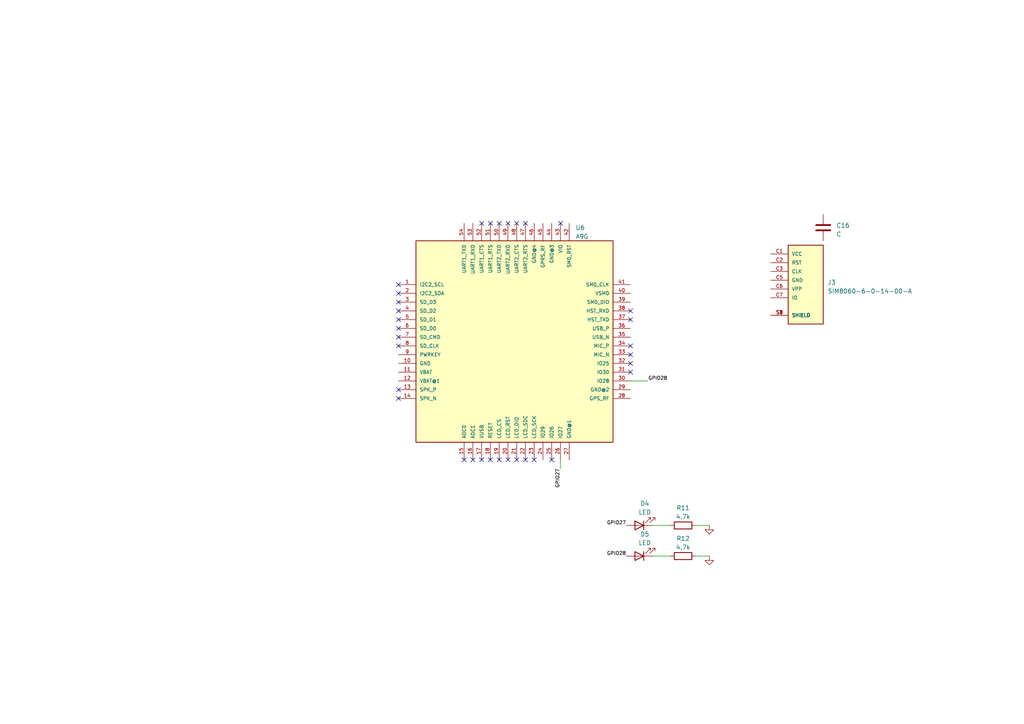
<source format=kicad_sch>
(kicad_sch (version 20230121) (generator eeschema)
  (paper "A4")
  (lib_symbols
    (symbol "A9G:A9G" (pin_names (offset 1.016))
      (property "Reference" "U" (at 0 0 0))
      (property "Value" "A9G" (at 0 0 0))
      (symbol "A9G_0_0"
        (rectangle (start -29.21 -29.21) (end 27.94 29.21) (stroke (width 0.254)) (fill (type background)))
        (pin bidirectional line (at -34.29 16.51 0) (length 5.08) (name "I2C2_SCL") (number "1"))
        (pin bidirectional line (at -34.29 -6.35 0) (length 5.08) (name "GND") (number "10"))
        (pin bidirectional line (at -34.29 -8.89 0) (length 5.08) (name "VBAT") (number "11"))
        (pin bidirectional line (at -34.29 -11.43 0) (length 5.08) (name "VBAT@1") (number "12"))
        (pin bidirectional line (at -34.29 -13.97 0) (length 5.08) (name "SPK_P") (number "13"))
        (pin bidirectional line (at -34.29 -16.51 0) (length 5.08) (name "SPK_N") (number "14"))
        (pin bidirectional line (at -15.24 -34.29 90) (length 5.08) (name "ADC0") (number "15"))
        (pin bidirectional line (at -12.7 -34.29 90) (length 5.08) (name "ADC1") (number "16"))
        (pin bidirectional line (at -10.16 -34.29 90) (length 5.08) (name "VUSB") (number "17"))
        (pin bidirectional line (at -7.62 -34.29 90) (length 5.08) (name "RESET") (number "18"))
        (pin bidirectional line (at -5.08 -34.29 90) (length 5.08) (name "LCD_CS") (number "19"))
        (pin bidirectional line (at -34.29 13.97 0) (length 5.08) (name "I2C2_SDA") (number "2"))
        (pin bidirectional line (at -2.54 -34.29 90) (length 5.08) (name "LCD_RST") (number "20"))
        (pin bidirectional line (at 0 -34.29 90) (length 5.08) (name "LCD_DIO") (number "21"))
        (pin bidirectional line (at 2.54 -34.29 90) (length 5.08) (name "LCD_SDC") (number "22"))
        (pin bidirectional line (at 5.08 -34.29 90) (length 5.08) (name "LCD_SCK") (number "23"))
        (pin bidirectional line (at 7.62 -34.29 90) (length 5.08) (name "IO29") (number "24"))
        (pin bidirectional line (at 10.16 -34.29 90) (length 5.08) (name "IO26") (number "25"))
        (pin bidirectional line (at 12.7 -34.29 90) (length 5.08) (name "IO27") (number "26"))
        (pin bidirectional line (at 15.24 -34.29 90) (length 5.08) (name "GND@1") (number "27"))
        (pin bidirectional line (at 33.02 -16.51 180) (length 5.08) (name "GPS_RF") (number "28"))
        (pin bidirectional line (at 33.02 -13.97 180) (length 5.08) (name "GND@2") (number "29"))
        (pin bidirectional line (at -34.29 11.43 0) (length 5.08) (name "SD_D3") (number "3"))
        (pin bidirectional line (at 33.02 -11.43 180) (length 5.08) (name "IO28") (number "30"))
        (pin bidirectional line (at 33.02 -8.89 180) (length 5.08) (name "IO30") (number "31"))
        (pin bidirectional line (at 33.02 -6.35 180) (length 5.08) (name "IO25") (number "32"))
        (pin bidirectional line (at 33.02 -3.81 180) (length 5.08) (name "MIC_N") (number "33"))
        (pin bidirectional line (at 33.02 -1.27 180) (length 5.08) (name "MIC_P") (number "34"))
        (pin bidirectional line (at 33.02 1.27 180) (length 5.08) (name "USB_N") (number "35"))
        (pin bidirectional line (at 33.02 3.81 180) (length 5.08) (name "USB_P") (number "36"))
        (pin bidirectional line (at 33.02 6.35 180) (length 5.08) (name "HST_TXD") (number "37"))
        (pin bidirectional line (at 33.02 8.89 180) (length 5.08) (name "HST_RXD") (number "38"))
        (pin bidirectional line (at 33.02 11.43 180) (length 5.08) (name "SM0_DIO") (number "39"))
        (pin bidirectional line (at -34.29 8.89 0) (length 5.08) (name "SD_D2") (number "4"))
        (pin bidirectional line (at 33.02 13.97 180) (length 5.08) (name "VSM0") (number "40"))
        (pin bidirectional line (at 33.02 16.51 180) (length 5.08) (name "SM0_CLK") (number "41"))
        (pin bidirectional line (at 15.24 34.29 270) (length 5.08) (name "SM0_RST") (number "42"))
        (pin bidirectional line (at 12.7 34.29 270) (length 5.08) (name "VIO") (number "43"))
        (pin bidirectional line (at 10.16 34.29 270) (length 5.08) (name "GND@3") (number "44"))
        (pin bidirectional line (at 7.62 34.29 270) (length 5.08) (name "GPRS_RF") (number "45"))
        (pin bidirectional line (at 5.08 34.29 270) (length 5.08) (name "GND@4") (number "46"))
        (pin bidirectional line (at 2.54 34.29 270) (length 5.08) (name "UART2_RTS") (number "47"))
        (pin bidirectional line (at 0 34.29 270) (length 5.08) (name "UART2_CTS") (number "48"))
        (pin bidirectional line (at -2.54 34.29 270) (length 5.08) (name "UART2_RXD") (number "49"))
        (pin bidirectional line (at -34.29 6.35 0) (length 5.08) (name "SD_D1") (number "5"))
        (pin bidirectional line (at -5.08 34.29 270) (length 5.08) (name "UART2_TXD") (number "50"))
        (pin bidirectional line (at -7.62 34.29 270) (length 5.08) (name "UART1_RTS") (number "51"))
        (pin bidirectional line (at -10.16 34.29 270) (length 5.08) (name "UART1_CTS") (number "52"))
        (pin bidirectional line (at -12.7 34.29 270) (length 5.08) (name "UART1_RXD") (number "53"))
        (pin bidirectional line (at -15.24 34.29 270) (length 5.08) (name "UART1_TXD") (number "54"))
        (pin bidirectional line (at -34.29 3.81 0) (length 5.08) (name "SD_D0") (number "6"))
        (pin bidirectional line (at -34.29 1.27 0) (length 5.08) (name "SD_CMD") (number "7"))
        (pin bidirectional line (at -34.29 -1.27 0) (length 5.08) (name "SD_CLK") (number "8"))
        (pin bidirectional line (at -34.29 -3.81 0) (length 5.08) (name "PWRKEY") (number "9"))
      )
    )
    (symbol "Device:C" (pin_numbers hide) (pin_names (offset 0.254))
      (property "Reference" "C" (at 0.635 2.54 0))
      (property "Value" "C" (at 0.635 -2.54 0))
      (symbol "C_0_1"
        (polyline (pts (xy -2.032 -0.762) (xy 2.032 -0.762)) (stroke (width 0.508)))
        (polyline (pts (xy -2.032 0.762) (xy 2.032 0.762)) (stroke (width 0.508)))
      )
      (symbol "C_1_1"
        (pin passive line (at 0 3.81 270) (length 2.794) (name "~") (number "1"))
        (pin passive line (at 0 -3.81 90) (length 2.794) (name "~") (number "2"))
      )
    )
    (symbol "Device:LED" (pin_numbers hide) (pin_names (offset 1.016) hide)
      (property "Reference" "D" (at 0 2.54 0))
      (property "Value" "LED" (at 0 -2.54 0))
      (symbol "LED_0_1"
        (polyline (pts (xy -1.27 -1.27) (xy -1.27 1.27)) (stroke (width 0.254)))
        (polyline (pts (xy -1.27 0) (xy 1.27 0)))
        (polyline (pts (xy 1.27 -1.27) (xy 1.27 1.27) (xy -1.27 0) (xy 1.27 -1.27)) (stroke (width 0.254)))
        (polyline (pts (xy -3.048 -0.762) (xy -4.572 -2.286) (xy -3.81 -2.286) (xy -4.572 -2.286) (xy -4.572 -1.524)))
        (polyline (pts (xy -1.778 -0.762) (xy -3.302 -2.286) (xy -2.54 -2.286) (xy -3.302 -2.286) (xy -3.302 -1.524)))
      )
      (symbol "LED_1_1"
        (pin passive line (at -3.81 0 0) (length 2.54) (name "K") (number "1"))
        (pin passive line (at 3.81 0 180) (length 2.54) (name "A") (number "2"))
      )
    )
    (symbol "Device:R" (pin_numbers hide) (pin_names (offset 0))
      (property "Reference" "R" (at 2.032 0 90))
      (property "Value" "R" (at 0 0 90))
      (symbol "R_0_1"
        (rectangle (start -1.016 -2.54) (end 1.016 2.54) (stroke (width 0.254)))
      )
      (symbol "R_1_1"
        (pin passive line (at 0 3.81 270) (length 1.27) (name "~") (number "1"))
        (pin passive line (at 0 -3.81 90) (length 1.27) (name "~") (number "2"))
      )
    )
    (symbol "SIM8060-6-0-14-00-A:SIM8060-6-0-14-00-A" (pin_names (offset 1.016))
      (property "Reference" "J" (at -5.0895 13.3599 0))
      (property "Value" "SIM8060-6-0-14-00-A" (at -5.0859 -12.7178 0))
      (symbol "SIM8060-6-0-14-00-A_0_0"
        (rectangle (start -5.08 -10.16) (end 5.08 12.7) (stroke (width 0.254)) (fill (type background)))
        (pin passive line (at -10.16 10.16 0) (length 5.08) (name "VCC") (number "C1"))
        (pin passive line (at -10.16 7.62 0) (length 5.08) (name "RST") (number "C2"))
        (pin passive line (at -10.16 5.08 0) (length 5.08) (name "CLK") (number "C3"))
        (pin passive line (at -10.16 2.54 0) (length 5.08) (name "GND") (number "C5"))
        (pin passive line (at -10.16 0 0) (length 5.08) (name "VPP") (number "C6"))
        (pin passive line (at -10.16 -2.54 0) (length 5.08) (name "IO") (number "C7"))
        (pin passive line (at -10.16 -7.62 0) (length 5.08) (name "SHIELD") (number "S1"))
        (pin passive line (at -10.16 -7.62 0) (length 5.08) (name "SHIELD") (number "S2"))
        (pin passive line (at -10.16 -7.62 0) (length 5.08) (name "SHIELD") (number "S3"))
        (pin passive line (at -10.16 -7.62 0) (length 5.08) (name "SHIELD") (number "S4"))
      )
    )
    (symbol "power:GND" (power) (pin_names (offset 0))
      (property "Value" "GND" (at 0 -3.81 0))
      (symbol "GND_0_1"
        (polyline (pts (xy 0 0) (xy 0 -1.27) (xy 1.27 -1.27) (xy 0 -2.54) (xy -1.27 -1.27) (xy 0 -1.27)))
      )
      (symbol "GND_1_1"
        (pin power_in line (at 0 0 270) (length 0) hide (name "GND") (number "1"))
      )
    )
  )
  (no_connect (at 115.57 90.17))
  (no_connect (at 139.7 64.77))
  (no_connect (at 115.57 97.79))
  (no_connect (at 142.24 133.35))
  (no_connect (at 115.57 82.55))
  (no_connect (at 115.57 92.71))
  (no_connect (at 147.32 64.77))
  (no_connect (at 144.78 64.77))
  (no_connect (at 115.57 95.25))
  (no_connect (at 152.4 64.77))
  (no_connect (at 160.02 133.35))
  (no_connect (at 147.32 133.35))
  (no_connect (at 182.88 92.71))
  (no_connect (at 152.4 133.35))
  (no_connect (at 182.88 107.95))
  (no_connect (at 182.88 102.87))
  (no_connect (at 115.57 85.09))
  (no_connect (at 149.86 64.77))
  (no_connect (at 144.78 133.35))
  (no_connect (at 154.94 133.35))
  (no_connect (at 162.56 64.77))
  (no_connect (at 115.57 113.03))
  (no_connect (at 142.24 64.77))
  (no_connect (at 149.86 133.35))
  (no_connect (at 115.57 115.57))
  (no_connect (at 115.57 100.33))
  (no_connect (at 137.16 133.35))
  (no_connect (at 115.57 87.63))
  (no_connect (at 182.88 105.41))
  (no_connect (at 134.62 133.35))
  (no_connect (at 139.7 133.35))
  (no_connect (at 182.88 90.17))
  (no_connect (at 182.88 100.33))
  (wire (pts (xy 201.93 161.29) (xy 205.74 161.29)))
  (wire (pts (xy 162.56 135.89) (xy 162.56 133.35)))
  (wire (pts (xy 187.96 110.49) (xy 182.88 110.49)))
  (wire (pts (xy 189.23 161.29) (xy 194.31 161.29)))
  (wire (pts (xy 189.23 152.4) (xy 194.31 152.4)))
  (wire (pts (xy 201.93 152.4) (xy 205.74 152.4)))
  (label "GPIO27" (at 181.61 152.4 180) (effects (font (size 1 1))))
  (label "GPIO27" (at 162.56 135.89 270) (effects (font (size 1 1))))
  (label "GPIO28" (at 181.61 161.29 180) (effects (font (size 1 1))))
  (label "GPIO28" (at 187.96 110.49 0) (effects (font (size 1 1))))
  (symbol (lib_id "A9G:A9G") (at 149.86 99.06 0) (unit 1)
    (property "Reference" "U6" (at 166.9289 66.04 0) (effects (justify left)))
    (property "Value" "A9G" (at 166.9289 68.58 0) (effects (justify left)))
    (property "Footprint" "A9G" (effects hide))
  )
  (symbol (lib_id "power:GND") (at 205.74 161.29 0) (unit 1)
    (property "Reference" "#PWR025" (effects hide))
    (property "Value" "GND" (effects hide))
  )
  (symbol (lib_id "Device:LED") (at 185.42 161.29 180) (unit 1)
    (property "Reference" "D5" (at 187.0075 154.94 0))
    (property "Value" "LED" (at 187.0075 157.48 0))
  )
  (symbol (lib_id "SIM8060-6-0-14-00-A:SIM8060-6-0-14-00-A") (at 233.68 83.82 0) (unit 1)
    (property "Reference" "J3" (at 240.03 81.915 0) (effects (justify left)))
    (property "Value" "SIM8060-6-0-14-00-A" (at 240.03 84.455 0) (effects (justify left)))
    (property "Footprint" "GCT_SIM8060-6-0-14-00-A" (effects hide))
    (property "MF" "Global Connector Technology" (effects hide))
    (property "DESCRIPTION" "SIM8060 is a hinged Sim Card Connector. With 6 contacts, with switch for card detection. Profile above PCB is 1.43mm." (effects hide))
    (property "PACKAGE" "Package Analog Devices" (effects hide))
    (property "MP" "SIM8060-6-0-14-00-A" (effects hide))
  )
  (symbol (lib_id "power:GND") (at 205.74 152.4 0) (unit 1)
    (property "Reference" "#PWR024" (effects hide))
    (property "Value" "GND" (effects hide))
  )
  (symbol (lib_id "Device:C") (at 238.76 66.04 0) (unit 1)
    (property "Reference" "C16" (at 242.57 65.405 0) (effects (justify left)))
    (property "Value" "C" (at 242.57 67.945 0) (effects (justify left)))
  )
  (symbol (lib_id "Device:R") (at 198.12 161.29 90) (unit 1)
    (property "Reference" "R12" (at 198.12 156.21 90))
    (property "Value" "4.7k" (at 198.12 158.75 90))
  )
  (symbol (lib_id "Device:R") (at 198.12 152.4 90) (unit 1)
    (property "Reference" "R11" (at 198.12 147.32 90))
    (property "Value" "4.7k" (at 198.12 149.86 90))
  )
  (symbol (lib_id "Device:LED") (at 185.42 152.4 180) (unit 1)
    (property "Reference" "D4" (at 187.0075 146.05 0))
    (property "Value" "LED" (at 187.0075 148.59 0))
  )
)
</source>
